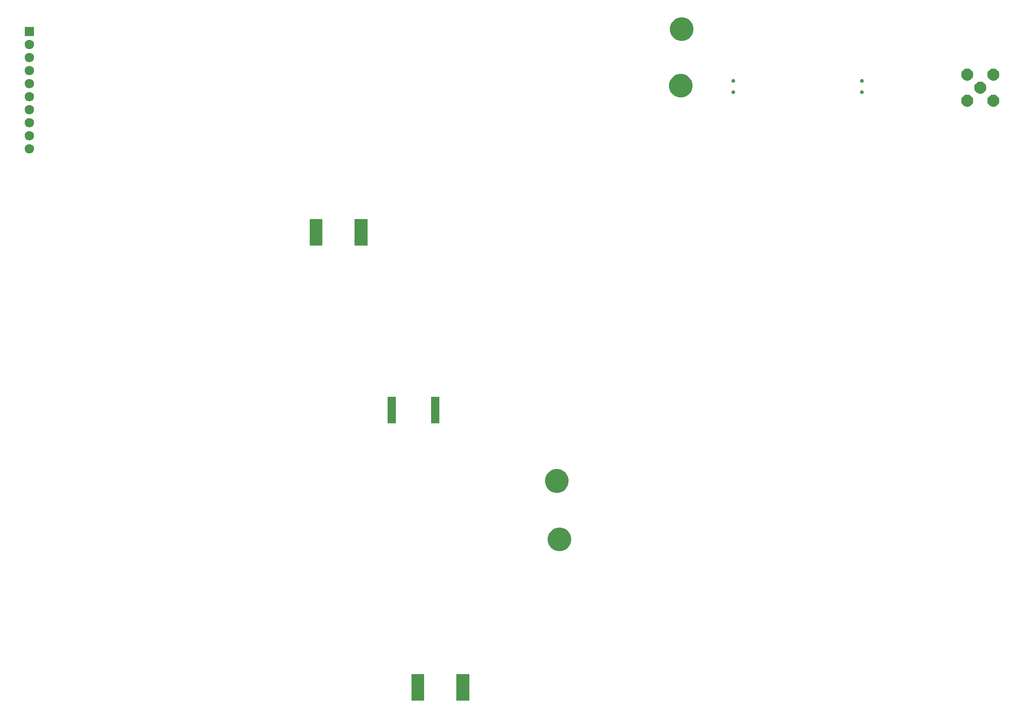
<source format=gbr>
G04 #@! TF.GenerationSoftware,KiCad,Pcbnew,5.1.5-52549c5~84~ubuntu18.04.1*
G04 #@! TF.CreationDate,2020-04-26T13:35:48+09:30*
G04 #@! TF.ProjectId,SpecAnFrontEnd,53706563-416e-4467-926f-6e74456e642e,rev?*
G04 #@! TF.SameCoordinates,Original*
G04 #@! TF.FileFunction,Soldermask,Bot*
G04 #@! TF.FilePolarity,Negative*
%FSLAX46Y46*%
G04 Gerber Fmt 4.6, Leading zero omitted, Abs format (unit mm)*
G04 Created by KiCad (PCBNEW 5.1.5-52549c5~84~ubuntu18.04.1) date 2020-04-26 13:35:48*
%MOMM*%
%LPD*%
G04 APERTURE LIST*
%ADD10C,0.100000*%
G04 APERTURE END LIST*
D10*
G36*
X108881000Y-169111000D02*
G01*
X106359000Y-169111000D01*
X106359000Y-163929000D01*
X108881000Y-163929000D01*
X108881000Y-169111000D01*
G37*
G36*
X117641000Y-169111000D02*
G01*
X115119000Y-169111000D01*
X115119000Y-163929000D01*
X117641000Y-163929000D01*
X117641000Y-169111000D01*
G37*
G36*
X135871304Y-135487002D02*
G01*
X136290139Y-135660489D01*
X136290141Y-135660490D01*
X136479891Y-135787277D01*
X136667082Y-135912354D01*
X136987646Y-136232918D01*
X137239511Y-136609861D01*
X137412998Y-137028696D01*
X137501440Y-137473327D01*
X137501440Y-137926673D01*
X137412998Y-138371304D01*
X137239511Y-138790139D01*
X137239510Y-138790141D01*
X136987645Y-139167083D01*
X136667083Y-139487645D01*
X136290141Y-139739510D01*
X136290140Y-139739511D01*
X136290139Y-139739511D01*
X135871304Y-139912998D01*
X135426673Y-140001440D01*
X134973327Y-140001440D01*
X134528696Y-139912998D01*
X134109861Y-139739511D01*
X134109860Y-139739511D01*
X134109859Y-139739510D01*
X133732917Y-139487645D01*
X133412355Y-139167083D01*
X133160490Y-138790141D01*
X133160489Y-138790139D01*
X132987002Y-138371304D01*
X132898560Y-137926673D01*
X132898560Y-137473327D01*
X132987002Y-137028696D01*
X133160489Y-136609861D01*
X133412354Y-136232918D01*
X133732918Y-135912354D01*
X133920109Y-135787277D01*
X134109859Y-135660490D01*
X134109861Y-135660489D01*
X134528696Y-135487002D01*
X134973327Y-135398560D01*
X135426673Y-135398560D01*
X135871304Y-135487002D01*
G37*
G36*
X135371304Y-124087002D02*
G01*
X135790139Y-124260489D01*
X135790141Y-124260490D01*
X135979891Y-124387277D01*
X136167082Y-124512354D01*
X136487646Y-124832918D01*
X136739511Y-125209861D01*
X136912998Y-125628696D01*
X137001440Y-126073327D01*
X137001440Y-126526673D01*
X136912998Y-126971304D01*
X136739511Y-127390139D01*
X136739510Y-127390141D01*
X136487645Y-127767083D01*
X136167083Y-128087645D01*
X135790141Y-128339510D01*
X135790140Y-128339511D01*
X135790139Y-128339511D01*
X135371304Y-128512998D01*
X134926673Y-128601440D01*
X134473327Y-128601440D01*
X134028696Y-128512998D01*
X133609861Y-128339511D01*
X133609860Y-128339511D01*
X133609859Y-128339510D01*
X133232917Y-128087645D01*
X132912355Y-127767083D01*
X132660490Y-127390141D01*
X132660489Y-127390139D01*
X132487002Y-126971304D01*
X132398560Y-126526673D01*
X132398560Y-126073327D01*
X132487002Y-125628696D01*
X132660489Y-125209861D01*
X132912354Y-124832918D01*
X133232918Y-124512354D01*
X133420109Y-124387277D01*
X133609859Y-124260490D01*
X133609861Y-124260489D01*
X134028696Y-124087002D01*
X134473327Y-123998560D01*
X134926673Y-123998560D01*
X135371304Y-124087002D01*
G37*
G36*
X111851000Y-115091000D02*
G01*
X110249000Y-115091000D01*
X110249000Y-109909000D01*
X111851000Y-109909000D01*
X111851000Y-115091000D01*
G37*
G36*
X103351000Y-115091000D02*
G01*
X101749000Y-115091000D01*
X101749000Y-109909000D01*
X103351000Y-109909000D01*
X103351000Y-115091000D01*
G37*
G36*
X97841000Y-80491000D02*
G01*
X95319000Y-80491000D01*
X95319000Y-75309000D01*
X97841000Y-75309000D01*
X97841000Y-80491000D01*
G37*
G36*
X89081000Y-80491000D02*
G01*
X86559000Y-80491000D01*
X86559000Y-75309000D01*
X89081000Y-75309000D01*
X89081000Y-80491000D01*
G37*
G36*
X32113512Y-60703927D02*
G01*
X32262812Y-60733624D01*
X32426784Y-60801544D01*
X32574354Y-60900147D01*
X32699853Y-61025646D01*
X32798456Y-61173216D01*
X32866376Y-61337188D01*
X32901000Y-61511259D01*
X32901000Y-61688741D01*
X32866376Y-61862812D01*
X32798456Y-62026784D01*
X32699853Y-62174354D01*
X32574354Y-62299853D01*
X32426784Y-62398456D01*
X32262812Y-62466376D01*
X32113512Y-62496073D01*
X32088742Y-62501000D01*
X31911258Y-62501000D01*
X31886488Y-62496073D01*
X31737188Y-62466376D01*
X31573216Y-62398456D01*
X31425646Y-62299853D01*
X31300147Y-62174354D01*
X31201544Y-62026784D01*
X31133624Y-61862812D01*
X31099000Y-61688741D01*
X31099000Y-61511259D01*
X31133624Y-61337188D01*
X31201544Y-61173216D01*
X31300147Y-61025646D01*
X31425646Y-60900147D01*
X31573216Y-60801544D01*
X31737188Y-60733624D01*
X31886488Y-60703927D01*
X31911258Y-60699000D01*
X32088742Y-60699000D01*
X32113512Y-60703927D01*
G37*
G36*
X32113512Y-58163927D02*
G01*
X32262812Y-58193624D01*
X32426784Y-58261544D01*
X32574354Y-58360147D01*
X32699853Y-58485646D01*
X32798456Y-58633216D01*
X32866376Y-58797188D01*
X32901000Y-58971259D01*
X32901000Y-59148741D01*
X32866376Y-59322812D01*
X32798456Y-59486784D01*
X32699853Y-59634354D01*
X32574354Y-59759853D01*
X32426784Y-59858456D01*
X32262812Y-59926376D01*
X32113512Y-59956073D01*
X32088742Y-59961000D01*
X31911258Y-59961000D01*
X31886488Y-59956073D01*
X31737188Y-59926376D01*
X31573216Y-59858456D01*
X31425646Y-59759853D01*
X31300147Y-59634354D01*
X31201544Y-59486784D01*
X31133624Y-59322812D01*
X31099000Y-59148741D01*
X31099000Y-58971259D01*
X31133624Y-58797188D01*
X31201544Y-58633216D01*
X31300147Y-58485646D01*
X31425646Y-58360147D01*
X31573216Y-58261544D01*
X31737188Y-58193624D01*
X31886488Y-58163927D01*
X31911258Y-58159000D01*
X32088742Y-58159000D01*
X32113512Y-58163927D01*
G37*
G36*
X32113512Y-55623927D02*
G01*
X32262812Y-55653624D01*
X32426784Y-55721544D01*
X32574354Y-55820147D01*
X32699853Y-55945646D01*
X32798456Y-56093216D01*
X32866376Y-56257188D01*
X32901000Y-56431259D01*
X32901000Y-56608741D01*
X32866376Y-56782812D01*
X32798456Y-56946784D01*
X32699853Y-57094354D01*
X32574354Y-57219853D01*
X32426784Y-57318456D01*
X32262812Y-57386376D01*
X32113512Y-57416073D01*
X32088742Y-57421000D01*
X31911258Y-57421000D01*
X31886488Y-57416073D01*
X31737188Y-57386376D01*
X31573216Y-57318456D01*
X31425646Y-57219853D01*
X31300147Y-57094354D01*
X31201544Y-56946784D01*
X31133624Y-56782812D01*
X31099000Y-56608741D01*
X31099000Y-56431259D01*
X31133624Y-56257188D01*
X31201544Y-56093216D01*
X31300147Y-55945646D01*
X31425646Y-55820147D01*
X31573216Y-55721544D01*
X31737188Y-55653624D01*
X31886488Y-55623927D01*
X31911258Y-55619000D01*
X32088742Y-55619000D01*
X32113512Y-55623927D01*
G37*
G36*
X32113512Y-53083927D02*
G01*
X32262812Y-53113624D01*
X32426784Y-53181544D01*
X32574354Y-53280147D01*
X32699853Y-53405646D01*
X32798456Y-53553216D01*
X32866376Y-53717188D01*
X32901000Y-53891259D01*
X32901000Y-54068741D01*
X32866376Y-54242812D01*
X32798456Y-54406784D01*
X32699853Y-54554354D01*
X32574354Y-54679853D01*
X32426784Y-54778456D01*
X32262812Y-54846376D01*
X32113512Y-54876073D01*
X32088742Y-54881000D01*
X31911258Y-54881000D01*
X31886488Y-54876073D01*
X31737188Y-54846376D01*
X31573216Y-54778456D01*
X31425646Y-54679853D01*
X31300147Y-54554354D01*
X31201544Y-54406784D01*
X31133624Y-54242812D01*
X31099000Y-54068741D01*
X31099000Y-53891259D01*
X31133624Y-53717188D01*
X31201544Y-53553216D01*
X31300147Y-53405646D01*
X31425646Y-53280147D01*
X31573216Y-53181544D01*
X31737188Y-53113624D01*
X31886488Y-53083927D01*
X31911258Y-53079000D01*
X32088742Y-53079000D01*
X32113512Y-53083927D01*
G37*
G36*
X219831560Y-51079064D02*
G01*
X219983027Y-51109193D01*
X220197045Y-51197842D01*
X220197046Y-51197843D01*
X220389654Y-51326539D01*
X220553461Y-51490346D01*
X220579116Y-51528742D01*
X220682158Y-51682955D01*
X220770807Y-51896973D01*
X220816000Y-52124174D01*
X220816000Y-52355826D01*
X220770807Y-52583027D01*
X220682158Y-52797045D01*
X220682157Y-52797046D01*
X220553461Y-52989654D01*
X220389654Y-53153461D01*
X220261249Y-53239258D01*
X220197045Y-53282158D01*
X219983027Y-53370807D01*
X219831560Y-53400936D01*
X219755827Y-53416000D01*
X219524173Y-53416000D01*
X219448440Y-53400936D01*
X219296973Y-53370807D01*
X219082955Y-53282158D01*
X219018751Y-53239258D01*
X218890346Y-53153461D01*
X218726539Y-52989654D01*
X218597843Y-52797046D01*
X218597842Y-52797045D01*
X218509193Y-52583027D01*
X218464000Y-52355826D01*
X218464000Y-52124174D01*
X218509193Y-51896973D01*
X218597842Y-51682955D01*
X218700884Y-51528742D01*
X218726539Y-51490346D01*
X218890346Y-51326539D01*
X219082954Y-51197843D01*
X219082955Y-51197842D01*
X219296973Y-51109193D01*
X219448440Y-51079064D01*
X219524173Y-51064000D01*
X219755827Y-51064000D01*
X219831560Y-51079064D01*
G37*
G36*
X214751560Y-51079064D02*
G01*
X214903027Y-51109193D01*
X215117045Y-51197842D01*
X215117046Y-51197843D01*
X215309654Y-51326539D01*
X215473461Y-51490346D01*
X215499116Y-51528742D01*
X215602158Y-51682955D01*
X215690807Y-51896973D01*
X215736000Y-52124174D01*
X215736000Y-52355826D01*
X215690807Y-52583027D01*
X215602158Y-52797045D01*
X215602157Y-52797046D01*
X215473461Y-52989654D01*
X215309654Y-53153461D01*
X215181249Y-53239258D01*
X215117045Y-53282158D01*
X214903027Y-53370807D01*
X214751560Y-53400936D01*
X214675827Y-53416000D01*
X214444173Y-53416000D01*
X214368440Y-53400936D01*
X214216973Y-53370807D01*
X214002955Y-53282158D01*
X213938751Y-53239258D01*
X213810346Y-53153461D01*
X213646539Y-52989654D01*
X213517843Y-52797046D01*
X213517842Y-52797045D01*
X213429193Y-52583027D01*
X213384000Y-52355826D01*
X213384000Y-52124174D01*
X213429193Y-51896973D01*
X213517842Y-51682955D01*
X213620884Y-51528742D01*
X213646539Y-51490346D01*
X213810346Y-51326539D01*
X214002954Y-51197843D01*
X214002955Y-51197842D01*
X214216973Y-51109193D01*
X214368440Y-51079064D01*
X214444173Y-51064000D01*
X214675827Y-51064000D01*
X214751560Y-51079064D01*
G37*
G36*
X32113512Y-50543927D02*
G01*
X32262812Y-50573624D01*
X32426784Y-50641544D01*
X32574354Y-50740147D01*
X32699853Y-50865646D01*
X32798456Y-51013216D01*
X32866376Y-51177188D01*
X32901000Y-51351259D01*
X32901000Y-51528741D01*
X32866376Y-51702812D01*
X32798456Y-51866784D01*
X32699853Y-52014354D01*
X32574354Y-52139853D01*
X32426784Y-52238456D01*
X32262812Y-52306376D01*
X32113512Y-52336073D01*
X32088742Y-52341000D01*
X31911258Y-52341000D01*
X31886488Y-52336073D01*
X31737188Y-52306376D01*
X31573216Y-52238456D01*
X31425646Y-52139853D01*
X31300147Y-52014354D01*
X31201544Y-51866784D01*
X31133624Y-51702812D01*
X31099000Y-51528741D01*
X31099000Y-51351259D01*
X31133624Y-51177188D01*
X31201544Y-51013216D01*
X31300147Y-50865646D01*
X31425646Y-50740147D01*
X31573216Y-50641544D01*
X31737188Y-50573624D01*
X31886488Y-50543927D01*
X31911258Y-50539000D01*
X32088742Y-50539000D01*
X32113512Y-50543927D01*
G37*
G36*
X159471304Y-47087002D02*
G01*
X159890139Y-47260489D01*
X159890141Y-47260490D01*
X159913094Y-47275827D01*
X160267082Y-47512354D01*
X160587646Y-47832918D01*
X160698618Y-47999000D01*
X160834364Y-48202157D01*
X160839511Y-48209861D01*
X161012998Y-48628696D01*
X161101440Y-49073327D01*
X161101440Y-49526673D01*
X161012998Y-49971304D01*
X160893616Y-50259518D01*
X160839510Y-50390141D01*
X160799743Y-50449656D01*
X160587646Y-50767082D01*
X160267082Y-51087646D01*
X160133073Y-51177188D01*
X159890141Y-51339510D01*
X159890140Y-51339511D01*
X159890139Y-51339511D01*
X159471304Y-51512998D01*
X159026673Y-51601440D01*
X158573327Y-51601440D01*
X158128696Y-51512998D01*
X157709861Y-51339511D01*
X157709860Y-51339511D01*
X157709859Y-51339510D01*
X157466927Y-51177188D01*
X157332918Y-51087646D01*
X157012354Y-50767082D01*
X156800257Y-50449656D01*
X156760490Y-50390141D01*
X156706384Y-50259518D01*
X156587002Y-49971304D01*
X156498560Y-49526673D01*
X156498560Y-49073327D01*
X156587002Y-48628696D01*
X156760489Y-48209861D01*
X156765637Y-48202157D01*
X156901382Y-47999000D01*
X157012354Y-47832918D01*
X157332918Y-47512354D01*
X157686906Y-47275827D01*
X157709859Y-47260490D01*
X157709861Y-47260489D01*
X158128696Y-47087002D01*
X158573327Y-46998560D01*
X159026673Y-46998560D01*
X159471304Y-47087002D01*
G37*
G36*
X194168842Y-50232680D02*
G01*
X194233629Y-50259516D01*
X194291937Y-50298476D01*
X194341524Y-50348063D01*
X194380484Y-50406371D01*
X194407320Y-50471158D01*
X194421000Y-50539937D01*
X194421000Y-50610063D01*
X194407320Y-50678842D01*
X194380484Y-50743629D01*
X194341524Y-50801937D01*
X194291937Y-50851524D01*
X194233629Y-50890484D01*
X194168842Y-50917320D01*
X194100063Y-50931000D01*
X194029937Y-50931000D01*
X193961158Y-50917320D01*
X193896371Y-50890484D01*
X193838063Y-50851524D01*
X193788476Y-50801937D01*
X193749516Y-50743629D01*
X193722680Y-50678842D01*
X193709000Y-50610063D01*
X193709000Y-50539937D01*
X193722680Y-50471158D01*
X193749516Y-50406371D01*
X193788476Y-50348063D01*
X193838063Y-50298476D01*
X193896371Y-50259516D01*
X193961158Y-50232680D01*
X194029937Y-50219000D01*
X194100063Y-50219000D01*
X194168842Y-50232680D01*
G37*
G36*
X169123842Y-50232680D02*
G01*
X169188629Y-50259516D01*
X169246937Y-50298476D01*
X169296524Y-50348063D01*
X169335484Y-50406371D01*
X169362320Y-50471158D01*
X169376000Y-50539937D01*
X169376000Y-50610063D01*
X169362320Y-50678842D01*
X169335484Y-50743629D01*
X169296524Y-50801937D01*
X169246937Y-50851524D01*
X169188629Y-50890484D01*
X169123842Y-50917320D01*
X169055063Y-50931000D01*
X168984937Y-50931000D01*
X168916158Y-50917320D01*
X168851371Y-50890484D01*
X168793063Y-50851524D01*
X168743476Y-50801937D01*
X168704516Y-50743629D01*
X168677680Y-50678842D01*
X168664000Y-50610063D01*
X168664000Y-50539937D01*
X168677680Y-50471158D01*
X168704516Y-50406371D01*
X168743476Y-50348063D01*
X168793063Y-50298476D01*
X168851371Y-50259516D01*
X168916158Y-50232680D01*
X168984937Y-50219000D01*
X169055063Y-50219000D01*
X169123842Y-50232680D01*
G37*
G36*
X217291560Y-48539064D02*
G01*
X217443027Y-48569193D01*
X217657045Y-48657842D01*
X217657046Y-48657843D01*
X217849654Y-48786539D01*
X218013461Y-48950346D01*
X218039116Y-48988742D01*
X218142158Y-49142955D01*
X218230807Y-49356973D01*
X218276000Y-49584174D01*
X218276000Y-49815826D01*
X218230807Y-50043027D01*
X218142158Y-50257045D01*
X218099258Y-50321249D01*
X218013461Y-50449654D01*
X217849654Y-50613461D01*
X217751805Y-50678841D01*
X217657045Y-50742158D01*
X217443027Y-50830807D01*
X217338875Y-50851524D01*
X217215827Y-50876000D01*
X216984173Y-50876000D01*
X216861125Y-50851524D01*
X216756973Y-50830807D01*
X216542955Y-50742158D01*
X216448195Y-50678841D01*
X216350346Y-50613461D01*
X216186539Y-50449654D01*
X216100742Y-50321249D01*
X216057842Y-50257045D01*
X215969193Y-50043027D01*
X215924000Y-49815826D01*
X215924000Y-49584174D01*
X215969193Y-49356973D01*
X216057842Y-49142955D01*
X216160884Y-48988742D01*
X216186539Y-48950346D01*
X216350346Y-48786539D01*
X216542954Y-48657843D01*
X216542955Y-48657842D01*
X216756973Y-48569193D01*
X216908440Y-48539064D01*
X216984173Y-48524000D01*
X217215827Y-48524000D01*
X217291560Y-48539064D01*
G37*
G36*
X32113512Y-48003927D02*
G01*
X32262812Y-48033624D01*
X32426784Y-48101544D01*
X32574354Y-48200147D01*
X32699853Y-48325646D01*
X32798456Y-48473216D01*
X32866376Y-48637188D01*
X32901000Y-48811259D01*
X32901000Y-48988741D01*
X32866376Y-49162812D01*
X32798456Y-49326784D01*
X32699853Y-49474354D01*
X32574354Y-49599853D01*
X32426784Y-49698456D01*
X32262812Y-49766376D01*
X32113512Y-49796073D01*
X32088742Y-49801000D01*
X31911258Y-49801000D01*
X31886488Y-49796073D01*
X31737188Y-49766376D01*
X31573216Y-49698456D01*
X31425646Y-49599853D01*
X31300147Y-49474354D01*
X31201544Y-49326784D01*
X31133624Y-49162812D01*
X31099000Y-48988741D01*
X31099000Y-48811259D01*
X31133624Y-48637188D01*
X31201544Y-48473216D01*
X31300147Y-48325646D01*
X31425646Y-48200147D01*
X31573216Y-48101544D01*
X31737188Y-48033624D01*
X31886488Y-48003927D01*
X31911258Y-47999000D01*
X32088742Y-47999000D01*
X32113512Y-48003927D01*
G37*
G36*
X194168842Y-48022680D02*
G01*
X194233629Y-48049516D01*
X194291937Y-48088476D01*
X194341524Y-48138063D01*
X194380484Y-48196371D01*
X194407320Y-48261158D01*
X194421000Y-48329937D01*
X194421000Y-48400063D01*
X194407320Y-48468842D01*
X194380484Y-48533629D01*
X194341524Y-48591937D01*
X194291937Y-48641524D01*
X194233629Y-48680484D01*
X194168842Y-48707320D01*
X194100063Y-48721000D01*
X194029937Y-48721000D01*
X193961158Y-48707320D01*
X193896371Y-48680484D01*
X193838063Y-48641524D01*
X193788476Y-48591937D01*
X193749516Y-48533629D01*
X193722680Y-48468842D01*
X193709000Y-48400063D01*
X193709000Y-48329937D01*
X193722680Y-48261158D01*
X193749516Y-48196371D01*
X193788476Y-48138063D01*
X193838063Y-48088476D01*
X193896371Y-48049516D01*
X193961158Y-48022680D01*
X194029937Y-48009000D01*
X194100063Y-48009000D01*
X194168842Y-48022680D01*
G37*
G36*
X169123842Y-48022680D02*
G01*
X169188629Y-48049516D01*
X169246937Y-48088476D01*
X169296524Y-48138063D01*
X169335484Y-48196371D01*
X169362320Y-48261158D01*
X169376000Y-48329937D01*
X169376000Y-48400063D01*
X169362320Y-48468842D01*
X169335484Y-48533629D01*
X169296524Y-48591937D01*
X169246937Y-48641524D01*
X169188629Y-48680484D01*
X169123842Y-48707320D01*
X169055063Y-48721000D01*
X168984937Y-48721000D01*
X168916158Y-48707320D01*
X168851371Y-48680484D01*
X168793063Y-48641524D01*
X168743476Y-48591937D01*
X168704516Y-48533629D01*
X168677680Y-48468842D01*
X168664000Y-48400063D01*
X168664000Y-48329937D01*
X168677680Y-48261158D01*
X168704516Y-48196371D01*
X168743476Y-48138063D01*
X168793063Y-48088476D01*
X168851371Y-48049516D01*
X168916158Y-48022680D01*
X168984937Y-48009000D01*
X169055063Y-48009000D01*
X169123842Y-48022680D01*
G37*
G36*
X214751560Y-45999064D02*
G01*
X214903027Y-46029193D01*
X215117045Y-46117842D01*
X215117046Y-46117843D01*
X215309654Y-46246539D01*
X215473461Y-46410346D01*
X215499116Y-46448742D01*
X215602158Y-46602955D01*
X215690807Y-46816973D01*
X215736000Y-47044174D01*
X215736000Y-47275826D01*
X215690807Y-47503027D01*
X215602158Y-47717045D01*
X215602157Y-47717046D01*
X215473461Y-47909654D01*
X215309654Y-48073461D01*
X215212970Y-48138063D01*
X215117045Y-48202158D01*
X214903027Y-48290807D01*
X214751560Y-48320936D01*
X214675827Y-48336000D01*
X214444173Y-48336000D01*
X214368440Y-48320936D01*
X214216973Y-48290807D01*
X214002955Y-48202158D01*
X213907030Y-48138063D01*
X213810346Y-48073461D01*
X213646539Y-47909654D01*
X213517843Y-47717046D01*
X213517842Y-47717045D01*
X213429193Y-47503027D01*
X213384000Y-47275826D01*
X213384000Y-47044174D01*
X213429193Y-46816973D01*
X213517842Y-46602955D01*
X213620884Y-46448742D01*
X213646539Y-46410346D01*
X213810346Y-46246539D01*
X214002954Y-46117843D01*
X214002955Y-46117842D01*
X214216973Y-46029193D01*
X214368440Y-45999064D01*
X214444173Y-45984000D01*
X214675827Y-45984000D01*
X214751560Y-45999064D01*
G37*
G36*
X219831560Y-45999064D02*
G01*
X219983027Y-46029193D01*
X220197045Y-46117842D01*
X220197046Y-46117843D01*
X220389654Y-46246539D01*
X220553461Y-46410346D01*
X220579116Y-46448742D01*
X220682158Y-46602955D01*
X220770807Y-46816973D01*
X220816000Y-47044174D01*
X220816000Y-47275826D01*
X220770807Y-47503027D01*
X220682158Y-47717045D01*
X220682157Y-47717046D01*
X220553461Y-47909654D01*
X220389654Y-48073461D01*
X220292970Y-48138063D01*
X220197045Y-48202158D01*
X219983027Y-48290807D01*
X219831560Y-48320936D01*
X219755827Y-48336000D01*
X219524173Y-48336000D01*
X219448440Y-48320936D01*
X219296973Y-48290807D01*
X219082955Y-48202158D01*
X218987030Y-48138063D01*
X218890346Y-48073461D01*
X218726539Y-47909654D01*
X218597843Y-47717046D01*
X218597842Y-47717045D01*
X218509193Y-47503027D01*
X218464000Y-47275826D01*
X218464000Y-47044174D01*
X218509193Y-46816973D01*
X218597842Y-46602955D01*
X218700884Y-46448742D01*
X218726539Y-46410346D01*
X218890346Y-46246539D01*
X219082954Y-46117843D01*
X219082955Y-46117842D01*
X219296973Y-46029193D01*
X219448440Y-45999064D01*
X219524173Y-45984000D01*
X219755827Y-45984000D01*
X219831560Y-45999064D01*
G37*
G36*
X32113512Y-45463927D02*
G01*
X32262812Y-45493624D01*
X32426784Y-45561544D01*
X32574354Y-45660147D01*
X32699853Y-45785646D01*
X32798456Y-45933216D01*
X32866376Y-46097188D01*
X32901000Y-46271259D01*
X32901000Y-46448741D01*
X32866376Y-46622812D01*
X32798456Y-46786784D01*
X32699853Y-46934354D01*
X32574354Y-47059853D01*
X32426784Y-47158456D01*
X32262812Y-47226376D01*
X32113512Y-47256073D01*
X32088742Y-47261000D01*
X31911258Y-47261000D01*
X31886488Y-47256073D01*
X31737188Y-47226376D01*
X31573216Y-47158456D01*
X31425646Y-47059853D01*
X31300147Y-46934354D01*
X31201544Y-46786784D01*
X31133624Y-46622812D01*
X31099000Y-46448741D01*
X31099000Y-46271259D01*
X31133624Y-46097188D01*
X31201544Y-45933216D01*
X31300147Y-45785646D01*
X31425646Y-45660147D01*
X31573216Y-45561544D01*
X31737188Y-45493624D01*
X31886488Y-45463927D01*
X31911258Y-45459000D01*
X32088742Y-45459000D01*
X32113512Y-45463927D01*
G37*
G36*
X32113512Y-42923927D02*
G01*
X32262812Y-42953624D01*
X32426784Y-43021544D01*
X32574354Y-43120147D01*
X32699853Y-43245646D01*
X32798456Y-43393216D01*
X32866376Y-43557188D01*
X32901000Y-43731259D01*
X32901000Y-43908741D01*
X32866376Y-44082812D01*
X32798456Y-44246784D01*
X32699853Y-44394354D01*
X32574354Y-44519853D01*
X32426784Y-44618456D01*
X32262812Y-44686376D01*
X32113512Y-44716073D01*
X32088742Y-44721000D01*
X31911258Y-44721000D01*
X31886488Y-44716073D01*
X31737188Y-44686376D01*
X31573216Y-44618456D01*
X31425646Y-44519853D01*
X31300147Y-44394354D01*
X31201544Y-44246784D01*
X31133624Y-44082812D01*
X31099000Y-43908741D01*
X31099000Y-43731259D01*
X31133624Y-43557188D01*
X31201544Y-43393216D01*
X31300147Y-43245646D01*
X31425646Y-43120147D01*
X31573216Y-43021544D01*
X31737188Y-42953624D01*
X31886488Y-42923927D01*
X31911258Y-42919000D01*
X32088742Y-42919000D01*
X32113512Y-42923927D01*
G37*
G36*
X32113512Y-40383927D02*
G01*
X32262812Y-40413624D01*
X32426784Y-40481544D01*
X32574354Y-40580147D01*
X32699853Y-40705646D01*
X32798456Y-40853216D01*
X32866376Y-41017188D01*
X32901000Y-41191259D01*
X32901000Y-41368741D01*
X32866376Y-41542812D01*
X32798456Y-41706784D01*
X32699853Y-41854354D01*
X32574354Y-41979853D01*
X32426784Y-42078456D01*
X32262812Y-42146376D01*
X32113512Y-42176073D01*
X32088742Y-42181000D01*
X31911258Y-42181000D01*
X31886488Y-42176073D01*
X31737188Y-42146376D01*
X31573216Y-42078456D01*
X31425646Y-41979853D01*
X31300147Y-41854354D01*
X31201544Y-41706784D01*
X31133624Y-41542812D01*
X31099000Y-41368741D01*
X31099000Y-41191259D01*
X31133624Y-41017188D01*
X31201544Y-40853216D01*
X31300147Y-40705646D01*
X31425646Y-40580147D01*
X31573216Y-40481544D01*
X31737188Y-40413624D01*
X31886488Y-40383927D01*
X31911258Y-40379000D01*
X32088742Y-40379000D01*
X32113512Y-40383927D01*
G37*
G36*
X159671304Y-36087002D02*
G01*
X160090139Y-36260489D01*
X160090141Y-36260490D01*
X160279891Y-36387277D01*
X160467082Y-36512354D01*
X160787646Y-36832918D01*
X161039511Y-37209861D01*
X161212998Y-37628696D01*
X161301440Y-38073327D01*
X161301440Y-38526673D01*
X161212998Y-38971304D01*
X161039511Y-39390139D01*
X161039510Y-39390141D01*
X160787645Y-39767083D01*
X160467083Y-40087645D01*
X160090141Y-40339510D01*
X160090140Y-40339511D01*
X160090139Y-40339511D01*
X159671304Y-40512998D01*
X159226673Y-40601440D01*
X158773327Y-40601440D01*
X158328696Y-40512998D01*
X157909861Y-40339511D01*
X157909860Y-40339511D01*
X157909859Y-40339510D01*
X157532917Y-40087645D01*
X157212355Y-39767083D01*
X156960490Y-39390141D01*
X156960489Y-39390139D01*
X156787002Y-38971304D01*
X156698560Y-38526673D01*
X156698560Y-38073327D01*
X156787002Y-37628696D01*
X156960489Y-37209861D01*
X157212354Y-36832918D01*
X157532918Y-36512354D01*
X157720109Y-36387277D01*
X157909859Y-36260490D01*
X157909861Y-36260489D01*
X158328696Y-36087002D01*
X158773327Y-35998560D01*
X159226673Y-35998560D01*
X159671304Y-36087002D01*
G37*
G36*
X32901000Y-39641000D02*
G01*
X31099000Y-39641000D01*
X31099000Y-37839000D01*
X32901000Y-37839000D01*
X32901000Y-39641000D01*
G37*
M02*

</source>
